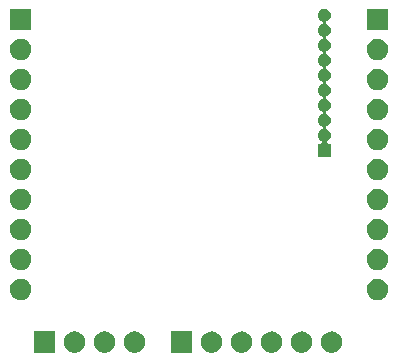
<source format=gbr>
G04 #@! TF.GenerationSoftware,KiCad,Pcbnew,(5.1.5)-3*
G04 #@! TF.CreationDate,2020-01-29T14:55:58+01:00*
G04 #@! TF.ProjectId,Adapter,41646170-7465-4722-9e6b-696361645f70,1*
G04 #@! TF.SameCoordinates,Original*
G04 #@! TF.FileFunction,Soldermask,Bot*
G04 #@! TF.FilePolarity,Negative*
%FSLAX46Y46*%
G04 Gerber Fmt 4.6, Leading zero omitted, Abs format (unit mm)*
G04 Created by KiCad (PCBNEW (5.1.5)-3) date 2020-01-29 14:55:58*
%MOMM*%
%LPD*%
G04 APERTURE LIST*
%ADD10C,0.100000*%
G04 APERTURE END LIST*
D10*
G36*
X157549512Y-109187927D02*
G01*
X157698812Y-109217624D01*
X157862784Y-109285544D01*
X158010354Y-109384147D01*
X158135853Y-109509646D01*
X158234456Y-109657216D01*
X158302376Y-109821188D01*
X158337000Y-109995259D01*
X158337000Y-110172741D01*
X158302376Y-110346812D01*
X158234456Y-110510784D01*
X158135853Y-110658354D01*
X158010354Y-110783853D01*
X157862784Y-110882456D01*
X157698812Y-110950376D01*
X157549512Y-110980073D01*
X157524742Y-110985000D01*
X157347258Y-110985000D01*
X157322488Y-110980073D01*
X157173188Y-110950376D01*
X157009216Y-110882456D01*
X156861646Y-110783853D01*
X156736147Y-110658354D01*
X156637544Y-110510784D01*
X156569624Y-110346812D01*
X156535000Y-110172741D01*
X156535000Y-109995259D01*
X156569624Y-109821188D01*
X156637544Y-109657216D01*
X156736147Y-109509646D01*
X156861646Y-109384147D01*
X157009216Y-109285544D01*
X157173188Y-109217624D01*
X157322488Y-109187927D01*
X157347258Y-109183000D01*
X157524742Y-109183000D01*
X157549512Y-109187927D01*
G37*
G36*
X152469512Y-109187927D02*
G01*
X152618812Y-109217624D01*
X152782784Y-109285544D01*
X152930354Y-109384147D01*
X153055853Y-109509646D01*
X153154456Y-109657216D01*
X153222376Y-109821188D01*
X153257000Y-109995259D01*
X153257000Y-110172741D01*
X153222376Y-110346812D01*
X153154456Y-110510784D01*
X153055853Y-110658354D01*
X152930354Y-110783853D01*
X152782784Y-110882456D01*
X152618812Y-110950376D01*
X152469512Y-110980073D01*
X152444742Y-110985000D01*
X152267258Y-110985000D01*
X152242488Y-110980073D01*
X152093188Y-110950376D01*
X151929216Y-110882456D01*
X151781646Y-110783853D01*
X151656147Y-110658354D01*
X151557544Y-110510784D01*
X151489624Y-110346812D01*
X151455000Y-110172741D01*
X151455000Y-109995259D01*
X151489624Y-109821188D01*
X151557544Y-109657216D01*
X151656147Y-109509646D01*
X151781646Y-109384147D01*
X151929216Y-109285544D01*
X152093188Y-109217624D01*
X152242488Y-109187927D01*
X152267258Y-109183000D01*
X152444742Y-109183000D01*
X152469512Y-109187927D01*
G37*
G36*
X149929512Y-109187927D02*
G01*
X150078812Y-109217624D01*
X150242784Y-109285544D01*
X150390354Y-109384147D01*
X150515853Y-109509646D01*
X150614456Y-109657216D01*
X150682376Y-109821188D01*
X150717000Y-109995259D01*
X150717000Y-110172741D01*
X150682376Y-110346812D01*
X150614456Y-110510784D01*
X150515853Y-110658354D01*
X150390354Y-110783853D01*
X150242784Y-110882456D01*
X150078812Y-110950376D01*
X149929512Y-110980073D01*
X149904742Y-110985000D01*
X149727258Y-110985000D01*
X149702488Y-110980073D01*
X149553188Y-110950376D01*
X149389216Y-110882456D01*
X149241646Y-110783853D01*
X149116147Y-110658354D01*
X149017544Y-110510784D01*
X148949624Y-110346812D01*
X148915000Y-110172741D01*
X148915000Y-109995259D01*
X148949624Y-109821188D01*
X149017544Y-109657216D01*
X149116147Y-109509646D01*
X149241646Y-109384147D01*
X149389216Y-109285544D01*
X149553188Y-109217624D01*
X149702488Y-109187927D01*
X149727258Y-109183000D01*
X149904742Y-109183000D01*
X149929512Y-109187927D01*
G37*
G36*
X147389512Y-109187927D02*
G01*
X147538812Y-109217624D01*
X147702784Y-109285544D01*
X147850354Y-109384147D01*
X147975853Y-109509646D01*
X148074456Y-109657216D01*
X148142376Y-109821188D01*
X148177000Y-109995259D01*
X148177000Y-110172741D01*
X148142376Y-110346812D01*
X148074456Y-110510784D01*
X147975853Y-110658354D01*
X147850354Y-110783853D01*
X147702784Y-110882456D01*
X147538812Y-110950376D01*
X147389512Y-110980073D01*
X147364742Y-110985000D01*
X147187258Y-110985000D01*
X147162488Y-110980073D01*
X147013188Y-110950376D01*
X146849216Y-110882456D01*
X146701646Y-110783853D01*
X146576147Y-110658354D01*
X146477544Y-110510784D01*
X146409624Y-110346812D01*
X146375000Y-110172741D01*
X146375000Y-109995259D01*
X146409624Y-109821188D01*
X146477544Y-109657216D01*
X146576147Y-109509646D01*
X146701646Y-109384147D01*
X146849216Y-109285544D01*
X147013188Y-109217624D01*
X147162488Y-109187927D01*
X147187258Y-109183000D01*
X147364742Y-109183000D01*
X147389512Y-109187927D01*
G37*
G36*
X145637000Y-110985000D02*
G01*
X143835000Y-110985000D01*
X143835000Y-109183000D01*
X145637000Y-109183000D01*
X145637000Y-110985000D01*
G37*
G36*
X134028000Y-110985000D02*
G01*
X132226000Y-110985000D01*
X132226000Y-109183000D01*
X134028000Y-109183000D01*
X134028000Y-110985000D01*
G37*
G36*
X135780512Y-109187927D02*
G01*
X135929812Y-109217624D01*
X136093784Y-109285544D01*
X136241354Y-109384147D01*
X136366853Y-109509646D01*
X136465456Y-109657216D01*
X136533376Y-109821188D01*
X136568000Y-109995259D01*
X136568000Y-110172741D01*
X136533376Y-110346812D01*
X136465456Y-110510784D01*
X136366853Y-110658354D01*
X136241354Y-110783853D01*
X136093784Y-110882456D01*
X135929812Y-110950376D01*
X135780512Y-110980073D01*
X135755742Y-110985000D01*
X135578258Y-110985000D01*
X135553488Y-110980073D01*
X135404188Y-110950376D01*
X135240216Y-110882456D01*
X135092646Y-110783853D01*
X134967147Y-110658354D01*
X134868544Y-110510784D01*
X134800624Y-110346812D01*
X134766000Y-110172741D01*
X134766000Y-109995259D01*
X134800624Y-109821188D01*
X134868544Y-109657216D01*
X134967147Y-109509646D01*
X135092646Y-109384147D01*
X135240216Y-109285544D01*
X135404188Y-109217624D01*
X135553488Y-109187927D01*
X135578258Y-109183000D01*
X135755742Y-109183000D01*
X135780512Y-109187927D01*
G37*
G36*
X138320512Y-109187927D02*
G01*
X138469812Y-109217624D01*
X138633784Y-109285544D01*
X138781354Y-109384147D01*
X138906853Y-109509646D01*
X139005456Y-109657216D01*
X139073376Y-109821188D01*
X139108000Y-109995259D01*
X139108000Y-110172741D01*
X139073376Y-110346812D01*
X139005456Y-110510784D01*
X138906853Y-110658354D01*
X138781354Y-110783853D01*
X138633784Y-110882456D01*
X138469812Y-110950376D01*
X138320512Y-110980073D01*
X138295742Y-110985000D01*
X138118258Y-110985000D01*
X138093488Y-110980073D01*
X137944188Y-110950376D01*
X137780216Y-110882456D01*
X137632646Y-110783853D01*
X137507147Y-110658354D01*
X137408544Y-110510784D01*
X137340624Y-110346812D01*
X137306000Y-110172741D01*
X137306000Y-109995259D01*
X137340624Y-109821188D01*
X137408544Y-109657216D01*
X137507147Y-109509646D01*
X137632646Y-109384147D01*
X137780216Y-109285544D01*
X137944188Y-109217624D01*
X138093488Y-109187927D01*
X138118258Y-109183000D01*
X138295742Y-109183000D01*
X138320512Y-109187927D01*
G37*
G36*
X140860512Y-109187927D02*
G01*
X141009812Y-109217624D01*
X141173784Y-109285544D01*
X141321354Y-109384147D01*
X141446853Y-109509646D01*
X141545456Y-109657216D01*
X141613376Y-109821188D01*
X141648000Y-109995259D01*
X141648000Y-110172741D01*
X141613376Y-110346812D01*
X141545456Y-110510784D01*
X141446853Y-110658354D01*
X141321354Y-110783853D01*
X141173784Y-110882456D01*
X141009812Y-110950376D01*
X140860512Y-110980073D01*
X140835742Y-110985000D01*
X140658258Y-110985000D01*
X140633488Y-110980073D01*
X140484188Y-110950376D01*
X140320216Y-110882456D01*
X140172646Y-110783853D01*
X140047147Y-110658354D01*
X139948544Y-110510784D01*
X139880624Y-110346812D01*
X139846000Y-110172741D01*
X139846000Y-109995259D01*
X139880624Y-109821188D01*
X139948544Y-109657216D01*
X140047147Y-109509646D01*
X140172646Y-109384147D01*
X140320216Y-109285544D01*
X140484188Y-109217624D01*
X140633488Y-109187927D01*
X140658258Y-109183000D01*
X140835742Y-109183000D01*
X140860512Y-109187927D01*
G37*
G36*
X155009512Y-109187927D02*
G01*
X155158812Y-109217624D01*
X155322784Y-109285544D01*
X155470354Y-109384147D01*
X155595853Y-109509646D01*
X155694456Y-109657216D01*
X155762376Y-109821188D01*
X155797000Y-109995259D01*
X155797000Y-110172741D01*
X155762376Y-110346812D01*
X155694456Y-110510784D01*
X155595853Y-110658354D01*
X155470354Y-110783853D01*
X155322784Y-110882456D01*
X155158812Y-110950376D01*
X155009512Y-110980073D01*
X154984742Y-110985000D01*
X154807258Y-110985000D01*
X154782488Y-110980073D01*
X154633188Y-110950376D01*
X154469216Y-110882456D01*
X154321646Y-110783853D01*
X154196147Y-110658354D01*
X154097544Y-110510784D01*
X154029624Y-110346812D01*
X153995000Y-110172741D01*
X153995000Y-109995259D01*
X154029624Y-109821188D01*
X154097544Y-109657216D01*
X154196147Y-109509646D01*
X154321646Y-109384147D01*
X154469216Y-109285544D01*
X154633188Y-109217624D01*
X154782488Y-109187927D01*
X154807258Y-109183000D01*
X154984742Y-109183000D01*
X155009512Y-109187927D01*
G37*
G36*
X161428512Y-104717127D02*
G01*
X161577812Y-104746824D01*
X161741784Y-104814744D01*
X161889354Y-104913347D01*
X162014853Y-105038846D01*
X162113456Y-105186416D01*
X162181376Y-105350388D01*
X162216000Y-105524459D01*
X162216000Y-105701941D01*
X162181376Y-105876012D01*
X162113456Y-106039984D01*
X162014853Y-106187554D01*
X161889354Y-106313053D01*
X161741784Y-106411656D01*
X161577812Y-106479576D01*
X161428512Y-106509273D01*
X161403742Y-106514200D01*
X161226258Y-106514200D01*
X161201488Y-106509273D01*
X161052188Y-106479576D01*
X160888216Y-106411656D01*
X160740646Y-106313053D01*
X160615147Y-106187554D01*
X160516544Y-106039984D01*
X160448624Y-105876012D01*
X160414000Y-105701941D01*
X160414000Y-105524459D01*
X160448624Y-105350388D01*
X160516544Y-105186416D01*
X160615147Y-105038846D01*
X160740646Y-104913347D01*
X160888216Y-104814744D01*
X161052188Y-104746824D01*
X161201488Y-104717127D01*
X161226258Y-104712200D01*
X161403742Y-104712200D01*
X161428512Y-104717127D01*
G37*
G36*
X131228512Y-104717127D02*
G01*
X131377812Y-104746824D01*
X131541784Y-104814744D01*
X131689354Y-104913347D01*
X131814853Y-105038846D01*
X131913456Y-105186416D01*
X131981376Y-105350388D01*
X132016000Y-105524459D01*
X132016000Y-105701941D01*
X131981376Y-105876012D01*
X131913456Y-106039984D01*
X131814853Y-106187554D01*
X131689354Y-106313053D01*
X131541784Y-106411656D01*
X131377812Y-106479576D01*
X131228512Y-106509273D01*
X131203742Y-106514200D01*
X131026258Y-106514200D01*
X131001488Y-106509273D01*
X130852188Y-106479576D01*
X130688216Y-106411656D01*
X130540646Y-106313053D01*
X130415147Y-106187554D01*
X130316544Y-106039984D01*
X130248624Y-105876012D01*
X130214000Y-105701941D01*
X130214000Y-105524459D01*
X130248624Y-105350388D01*
X130316544Y-105186416D01*
X130415147Y-105038846D01*
X130540646Y-104913347D01*
X130688216Y-104814744D01*
X130852188Y-104746824D01*
X131001488Y-104717127D01*
X131026258Y-104712200D01*
X131203742Y-104712200D01*
X131228512Y-104717127D01*
G37*
G36*
X131228512Y-102177127D02*
G01*
X131377812Y-102206824D01*
X131541784Y-102274744D01*
X131689354Y-102373347D01*
X131814853Y-102498846D01*
X131913456Y-102646416D01*
X131981376Y-102810388D01*
X132016000Y-102984459D01*
X132016000Y-103161941D01*
X131981376Y-103336012D01*
X131913456Y-103499984D01*
X131814853Y-103647554D01*
X131689354Y-103773053D01*
X131541784Y-103871656D01*
X131377812Y-103939576D01*
X131228512Y-103969273D01*
X131203742Y-103974200D01*
X131026258Y-103974200D01*
X131001488Y-103969273D01*
X130852188Y-103939576D01*
X130688216Y-103871656D01*
X130540646Y-103773053D01*
X130415147Y-103647554D01*
X130316544Y-103499984D01*
X130248624Y-103336012D01*
X130214000Y-103161941D01*
X130214000Y-102984459D01*
X130248624Y-102810388D01*
X130316544Y-102646416D01*
X130415147Y-102498846D01*
X130540646Y-102373347D01*
X130688216Y-102274744D01*
X130852188Y-102206824D01*
X131001488Y-102177127D01*
X131026258Y-102172200D01*
X131203742Y-102172200D01*
X131228512Y-102177127D01*
G37*
G36*
X161428512Y-102177127D02*
G01*
X161577812Y-102206824D01*
X161741784Y-102274744D01*
X161889354Y-102373347D01*
X162014853Y-102498846D01*
X162113456Y-102646416D01*
X162181376Y-102810388D01*
X162216000Y-102984459D01*
X162216000Y-103161941D01*
X162181376Y-103336012D01*
X162113456Y-103499984D01*
X162014853Y-103647554D01*
X161889354Y-103773053D01*
X161741784Y-103871656D01*
X161577812Y-103939576D01*
X161428512Y-103969273D01*
X161403742Y-103974200D01*
X161226258Y-103974200D01*
X161201488Y-103969273D01*
X161052188Y-103939576D01*
X160888216Y-103871656D01*
X160740646Y-103773053D01*
X160615147Y-103647554D01*
X160516544Y-103499984D01*
X160448624Y-103336012D01*
X160414000Y-103161941D01*
X160414000Y-102984459D01*
X160448624Y-102810388D01*
X160516544Y-102646416D01*
X160615147Y-102498846D01*
X160740646Y-102373347D01*
X160888216Y-102274744D01*
X161052188Y-102206824D01*
X161201488Y-102177127D01*
X161226258Y-102172200D01*
X161403742Y-102172200D01*
X161428512Y-102177127D01*
G37*
G36*
X161428512Y-99637127D02*
G01*
X161577812Y-99666824D01*
X161741784Y-99734744D01*
X161889354Y-99833347D01*
X162014853Y-99958846D01*
X162113456Y-100106416D01*
X162181376Y-100270388D01*
X162216000Y-100444459D01*
X162216000Y-100621941D01*
X162181376Y-100796012D01*
X162113456Y-100959984D01*
X162014853Y-101107554D01*
X161889354Y-101233053D01*
X161741784Y-101331656D01*
X161577812Y-101399576D01*
X161428512Y-101429273D01*
X161403742Y-101434200D01*
X161226258Y-101434200D01*
X161201488Y-101429273D01*
X161052188Y-101399576D01*
X160888216Y-101331656D01*
X160740646Y-101233053D01*
X160615147Y-101107554D01*
X160516544Y-100959984D01*
X160448624Y-100796012D01*
X160414000Y-100621941D01*
X160414000Y-100444459D01*
X160448624Y-100270388D01*
X160516544Y-100106416D01*
X160615147Y-99958846D01*
X160740646Y-99833347D01*
X160888216Y-99734744D01*
X161052188Y-99666824D01*
X161201488Y-99637127D01*
X161226258Y-99632200D01*
X161403742Y-99632200D01*
X161428512Y-99637127D01*
G37*
G36*
X131228512Y-99637127D02*
G01*
X131377812Y-99666824D01*
X131541784Y-99734744D01*
X131689354Y-99833347D01*
X131814853Y-99958846D01*
X131913456Y-100106416D01*
X131981376Y-100270388D01*
X132016000Y-100444459D01*
X132016000Y-100621941D01*
X131981376Y-100796012D01*
X131913456Y-100959984D01*
X131814853Y-101107554D01*
X131689354Y-101233053D01*
X131541784Y-101331656D01*
X131377812Y-101399576D01*
X131228512Y-101429273D01*
X131203742Y-101434200D01*
X131026258Y-101434200D01*
X131001488Y-101429273D01*
X130852188Y-101399576D01*
X130688216Y-101331656D01*
X130540646Y-101233053D01*
X130415147Y-101107554D01*
X130316544Y-100959984D01*
X130248624Y-100796012D01*
X130214000Y-100621941D01*
X130214000Y-100444459D01*
X130248624Y-100270388D01*
X130316544Y-100106416D01*
X130415147Y-99958846D01*
X130540646Y-99833347D01*
X130688216Y-99734744D01*
X130852188Y-99666824D01*
X131001488Y-99637127D01*
X131026258Y-99632200D01*
X131203742Y-99632200D01*
X131228512Y-99637127D01*
G37*
G36*
X131228512Y-97097127D02*
G01*
X131377812Y-97126824D01*
X131541784Y-97194744D01*
X131689354Y-97293347D01*
X131814853Y-97418846D01*
X131913456Y-97566416D01*
X131981376Y-97730388D01*
X132016000Y-97904459D01*
X132016000Y-98081941D01*
X131981376Y-98256012D01*
X131913456Y-98419984D01*
X131814853Y-98567554D01*
X131689354Y-98693053D01*
X131541784Y-98791656D01*
X131377812Y-98859576D01*
X131228512Y-98889273D01*
X131203742Y-98894200D01*
X131026258Y-98894200D01*
X131001488Y-98889273D01*
X130852188Y-98859576D01*
X130688216Y-98791656D01*
X130540646Y-98693053D01*
X130415147Y-98567554D01*
X130316544Y-98419984D01*
X130248624Y-98256012D01*
X130214000Y-98081941D01*
X130214000Y-97904459D01*
X130248624Y-97730388D01*
X130316544Y-97566416D01*
X130415147Y-97418846D01*
X130540646Y-97293347D01*
X130688216Y-97194744D01*
X130852188Y-97126824D01*
X131001488Y-97097127D01*
X131026258Y-97092200D01*
X131203742Y-97092200D01*
X131228512Y-97097127D01*
G37*
G36*
X161428512Y-97097127D02*
G01*
X161577812Y-97126824D01*
X161741784Y-97194744D01*
X161889354Y-97293347D01*
X162014853Y-97418846D01*
X162113456Y-97566416D01*
X162181376Y-97730388D01*
X162216000Y-97904459D01*
X162216000Y-98081941D01*
X162181376Y-98256012D01*
X162113456Y-98419984D01*
X162014853Y-98567554D01*
X161889354Y-98693053D01*
X161741784Y-98791656D01*
X161577812Y-98859576D01*
X161428512Y-98889273D01*
X161403742Y-98894200D01*
X161226258Y-98894200D01*
X161201488Y-98889273D01*
X161052188Y-98859576D01*
X160888216Y-98791656D01*
X160740646Y-98693053D01*
X160615147Y-98567554D01*
X160516544Y-98419984D01*
X160448624Y-98256012D01*
X160414000Y-98081941D01*
X160414000Y-97904459D01*
X160448624Y-97730388D01*
X160516544Y-97566416D01*
X160615147Y-97418846D01*
X160740646Y-97293347D01*
X160888216Y-97194744D01*
X161052188Y-97126824D01*
X161201488Y-97097127D01*
X161226258Y-97092200D01*
X161403742Y-97092200D01*
X161428512Y-97097127D01*
G37*
G36*
X131228512Y-94557127D02*
G01*
X131377812Y-94586824D01*
X131541784Y-94654744D01*
X131689354Y-94753347D01*
X131814853Y-94878846D01*
X131913456Y-95026416D01*
X131981376Y-95190388D01*
X132016000Y-95364459D01*
X132016000Y-95541941D01*
X131981376Y-95716012D01*
X131913456Y-95879984D01*
X131814853Y-96027554D01*
X131689354Y-96153053D01*
X131541784Y-96251656D01*
X131377812Y-96319576D01*
X131228512Y-96349273D01*
X131203742Y-96354200D01*
X131026258Y-96354200D01*
X131001488Y-96349273D01*
X130852188Y-96319576D01*
X130688216Y-96251656D01*
X130540646Y-96153053D01*
X130415147Y-96027554D01*
X130316544Y-95879984D01*
X130248624Y-95716012D01*
X130214000Y-95541941D01*
X130214000Y-95364459D01*
X130248624Y-95190388D01*
X130316544Y-95026416D01*
X130415147Y-94878846D01*
X130540646Y-94753347D01*
X130688216Y-94654744D01*
X130852188Y-94586824D01*
X131001488Y-94557127D01*
X131026258Y-94552200D01*
X131203742Y-94552200D01*
X131228512Y-94557127D01*
G37*
G36*
X161428512Y-94557127D02*
G01*
X161577812Y-94586824D01*
X161741784Y-94654744D01*
X161889354Y-94753347D01*
X162014853Y-94878846D01*
X162113456Y-95026416D01*
X162181376Y-95190388D01*
X162216000Y-95364459D01*
X162216000Y-95541941D01*
X162181376Y-95716012D01*
X162113456Y-95879984D01*
X162014853Y-96027554D01*
X161889354Y-96153053D01*
X161741784Y-96251656D01*
X161577812Y-96319576D01*
X161428512Y-96349273D01*
X161403742Y-96354200D01*
X161226258Y-96354200D01*
X161201488Y-96349273D01*
X161052188Y-96319576D01*
X160888216Y-96251656D01*
X160740646Y-96153053D01*
X160615147Y-96027554D01*
X160516544Y-95879984D01*
X160448624Y-95716012D01*
X160414000Y-95541941D01*
X160414000Y-95364459D01*
X160448624Y-95190388D01*
X160516544Y-95026416D01*
X160615147Y-94878846D01*
X160740646Y-94753347D01*
X160888216Y-94654744D01*
X161052188Y-94586824D01*
X161201488Y-94557127D01*
X161226258Y-94552200D01*
X161403742Y-94552200D01*
X161428512Y-94557127D01*
G37*
G36*
X156980721Y-81867374D02*
G01*
X157080995Y-81908909D01*
X157080996Y-81908910D01*
X157171242Y-81969210D01*
X157247990Y-82045958D01*
X157247991Y-82045960D01*
X157308291Y-82136205D01*
X157349826Y-82236479D01*
X157371000Y-82342930D01*
X157371000Y-82451470D01*
X157349826Y-82557921D01*
X157308291Y-82658195D01*
X157308290Y-82658196D01*
X157247990Y-82748442D01*
X157171242Y-82825190D01*
X157125812Y-82855545D01*
X157080995Y-82885491D01*
X157005611Y-82916716D01*
X156984000Y-82928267D01*
X156965059Y-82943812D01*
X156949513Y-82962754D01*
X156937962Y-82984365D01*
X156930849Y-83007814D01*
X156928447Y-83032200D01*
X156930849Y-83056586D01*
X156937962Y-83080035D01*
X156949513Y-83101646D01*
X156965058Y-83120587D01*
X156984000Y-83136133D01*
X157005611Y-83147684D01*
X157080995Y-83178909D01*
X157080996Y-83178910D01*
X157171242Y-83239210D01*
X157247990Y-83315958D01*
X157247991Y-83315960D01*
X157308291Y-83406205D01*
X157349826Y-83506479D01*
X157371000Y-83612930D01*
X157371000Y-83721470D01*
X157349826Y-83827921D01*
X157308291Y-83928195D01*
X157308290Y-83928196D01*
X157247990Y-84018442D01*
X157171242Y-84095190D01*
X157125812Y-84125545D01*
X157080995Y-84155491D01*
X157005611Y-84186716D01*
X156984000Y-84198267D01*
X156965059Y-84213812D01*
X156949513Y-84232754D01*
X156937962Y-84254365D01*
X156930849Y-84277814D01*
X156928447Y-84302200D01*
X156930849Y-84326586D01*
X156937962Y-84350035D01*
X156949513Y-84371646D01*
X156965058Y-84390587D01*
X156984000Y-84406133D01*
X157005611Y-84417684D01*
X157080995Y-84448909D01*
X157080996Y-84448910D01*
X157171242Y-84509210D01*
X157247990Y-84585958D01*
X157247991Y-84585960D01*
X157308291Y-84676205D01*
X157349826Y-84776479D01*
X157371000Y-84882930D01*
X157371000Y-84991470D01*
X157349826Y-85097921D01*
X157308291Y-85198195D01*
X157278345Y-85243012D01*
X157247990Y-85288442D01*
X157171242Y-85365190D01*
X157125812Y-85395545D01*
X157080995Y-85425491D01*
X157005611Y-85456716D01*
X156984000Y-85468267D01*
X156965059Y-85483812D01*
X156949513Y-85502754D01*
X156937962Y-85524365D01*
X156930849Y-85547814D01*
X156928447Y-85572200D01*
X156930849Y-85596586D01*
X156937962Y-85620035D01*
X156949513Y-85641646D01*
X156965058Y-85660587D01*
X156984000Y-85676133D01*
X157005611Y-85687684D01*
X157080995Y-85718909D01*
X157125812Y-85748855D01*
X157171242Y-85779210D01*
X157247990Y-85855958D01*
X157247991Y-85855960D01*
X157308291Y-85946205D01*
X157349826Y-86046479D01*
X157371000Y-86152930D01*
X157371000Y-86261470D01*
X157349826Y-86367921D01*
X157308291Y-86468195D01*
X157308290Y-86468196D01*
X157247990Y-86558442D01*
X157171242Y-86635190D01*
X157125812Y-86665545D01*
X157080995Y-86695491D01*
X157005611Y-86726716D01*
X156984000Y-86738267D01*
X156965059Y-86753812D01*
X156949513Y-86772754D01*
X156937962Y-86794365D01*
X156930849Y-86817814D01*
X156928447Y-86842200D01*
X156930849Y-86866586D01*
X156937962Y-86890035D01*
X156949513Y-86911646D01*
X156965058Y-86930587D01*
X156984000Y-86946133D01*
X157005611Y-86957684D01*
X157080995Y-86988909D01*
X157080996Y-86988910D01*
X157171242Y-87049210D01*
X157247990Y-87125958D01*
X157247991Y-87125960D01*
X157308291Y-87216205D01*
X157349826Y-87316479D01*
X157371000Y-87422930D01*
X157371000Y-87531470D01*
X157349826Y-87637921D01*
X157308291Y-87738195D01*
X157278345Y-87783012D01*
X157247990Y-87828442D01*
X157171242Y-87905190D01*
X157125812Y-87935545D01*
X157080995Y-87965491D01*
X157005611Y-87996716D01*
X156984000Y-88008267D01*
X156965059Y-88023812D01*
X156949513Y-88042754D01*
X156937962Y-88064365D01*
X156930849Y-88087814D01*
X156928447Y-88112200D01*
X156930849Y-88136586D01*
X156937962Y-88160035D01*
X156949513Y-88181646D01*
X156965058Y-88200587D01*
X156984000Y-88216133D01*
X157005611Y-88227684D01*
X157080995Y-88258909D01*
X157125812Y-88288855D01*
X157171242Y-88319210D01*
X157247990Y-88395958D01*
X157247991Y-88395960D01*
X157308291Y-88486205D01*
X157349826Y-88586479D01*
X157371000Y-88692930D01*
X157371000Y-88801470D01*
X157349826Y-88907921D01*
X157308291Y-89008195D01*
X157308290Y-89008196D01*
X157247990Y-89098442D01*
X157171242Y-89175190D01*
X157125812Y-89205545D01*
X157080995Y-89235491D01*
X157005611Y-89266716D01*
X156984000Y-89278267D01*
X156965059Y-89293812D01*
X156949513Y-89312754D01*
X156937962Y-89334365D01*
X156930849Y-89357814D01*
X156928447Y-89382200D01*
X156930849Y-89406586D01*
X156937962Y-89430035D01*
X156949513Y-89451646D01*
X156965058Y-89470587D01*
X156984000Y-89486133D01*
X157005611Y-89497684D01*
X157080995Y-89528909D01*
X157080996Y-89528910D01*
X157171242Y-89589210D01*
X157247990Y-89665958D01*
X157247991Y-89665960D01*
X157308291Y-89756205D01*
X157349826Y-89856479D01*
X157371000Y-89962930D01*
X157371000Y-90071470D01*
X157349826Y-90177921D01*
X157308291Y-90278195D01*
X157278345Y-90323012D01*
X157247990Y-90368442D01*
X157171242Y-90445190D01*
X157125812Y-90475545D01*
X157080995Y-90505491D01*
X157005611Y-90536716D01*
X156984000Y-90548267D01*
X156965059Y-90563812D01*
X156949513Y-90582754D01*
X156937962Y-90604365D01*
X156930849Y-90627814D01*
X156928447Y-90652200D01*
X156930849Y-90676586D01*
X156937962Y-90700035D01*
X156949513Y-90721646D01*
X156965058Y-90740587D01*
X156984000Y-90756133D01*
X157005611Y-90767684D01*
X157080995Y-90798909D01*
X157125812Y-90828855D01*
X157171242Y-90859210D01*
X157247990Y-90935958D01*
X157247991Y-90935960D01*
X157308291Y-91026205D01*
X157349826Y-91126479D01*
X157371000Y-91232930D01*
X157371000Y-91341470D01*
X157349826Y-91447921D01*
X157308291Y-91548195D01*
X157308290Y-91548196D01*
X157247990Y-91638442D01*
X157171242Y-91715190D01*
X157125812Y-91745545D01*
X157080995Y-91775491D01*
X157005611Y-91806716D01*
X156984000Y-91818267D01*
X156965059Y-91833812D01*
X156949513Y-91852754D01*
X156937962Y-91874365D01*
X156930849Y-91897814D01*
X156928447Y-91922200D01*
X156930849Y-91946586D01*
X156937962Y-91970035D01*
X156949513Y-91991646D01*
X156965058Y-92010587D01*
X156984000Y-92026133D01*
X157005611Y-92037684D01*
X157080995Y-92068909D01*
X157080996Y-92068910D01*
X157171242Y-92129210D01*
X157247990Y-92205958D01*
X157247991Y-92205960D01*
X157308291Y-92296205D01*
X157349826Y-92396479D01*
X157371000Y-92502930D01*
X157371000Y-92611470D01*
X157349826Y-92717921D01*
X157308291Y-92818195D01*
X157278345Y-92863012D01*
X157247990Y-92908442D01*
X157171242Y-92985190D01*
X157146172Y-93001941D01*
X157078336Y-93047268D01*
X157059394Y-93062814D01*
X157043849Y-93081756D01*
X157032298Y-93103367D01*
X157025185Y-93126815D01*
X157022783Y-93151202D01*
X157025185Y-93175588D01*
X157032298Y-93199037D01*
X157043849Y-93220647D01*
X157059395Y-93239589D01*
X157078337Y-93255134D01*
X157099948Y-93266685D01*
X157123396Y-93273798D01*
X157147782Y-93276200D01*
X157371000Y-93276200D01*
X157371000Y-94378200D01*
X156269000Y-94378200D01*
X156269000Y-93276200D01*
X156492218Y-93276200D01*
X156516604Y-93273798D01*
X156540053Y-93266685D01*
X156561664Y-93255134D01*
X156580606Y-93239589D01*
X156596151Y-93220647D01*
X156607702Y-93199036D01*
X156614815Y-93175587D01*
X156617217Y-93151201D01*
X156614815Y-93126815D01*
X156607702Y-93103366D01*
X156596151Y-93081755D01*
X156580606Y-93062813D01*
X156561664Y-93047268D01*
X156493828Y-93001941D01*
X156468758Y-92985190D01*
X156392010Y-92908442D01*
X156361655Y-92863012D01*
X156331709Y-92818195D01*
X156290174Y-92717921D01*
X156269000Y-92611470D01*
X156269000Y-92502930D01*
X156290174Y-92396479D01*
X156331709Y-92296205D01*
X156392009Y-92205960D01*
X156392010Y-92205958D01*
X156468758Y-92129210D01*
X156559004Y-92068910D01*
X156559005Y-92068909D01*
X156634389Y-92037684D01*
X156656000Y-92026133D01*
X156674941Y-92010588D01*
X156690487Y-91991646D01*
X156702038Y-91970035D01*
X156709151Y-91946586D01*
X156711553Y-91922200D01*
X156709151Y-91897814D01*
X156702038Y-91874365D01*
X156690487Y-91852754D01*
X156674942Y-91833813D01*
X156656000Y-91818267D01*
X156634389Y-91806716D01*
X156559005Y-91775491D01*
X156514188Y-91745545D01*
X156468758Y-91715190D01*
X156392010Y-91638442D01*
X156331710Y-91548196D01*
X156331709Y-91548195D01*
X156290174Y-91447921D01*
X156269000Y-91341470D01*
X156269000Y-91232930D01*
X156290174Y-91126479D01*
X156331709Y-91026205D01*
X156392009Y-90935960D01*
X156392010Y-90935958D01*
X156468758Y-90859210D01*
X156514188Y-90828855D01*
X156559005Y-90798909D01*
X156634389Y-90767684D01*
X156656000Y-90756133D01*
X156674941Y-90740588D01*
X156690487Y-90721646D01*
X156702038Y-90700035D01*
X156709151Y-90676586D01*
X156711553Y-90652200D01*
X156709151Y-90627814D01*
X156702038Y-90604365D01*
X156690487Y-90582754D01*
X156674942Y-90563813D01*
X156656000Y-90548267D01*
X156634389Y-90536716D01*
X156559005Y-90505491D01*
X156514188Y-90475545D01*
X156468758Y-90445190D01*
X156392010Y-90368442D01*
X156361655Y-90323012D01*
X156331709Y-90278195D01*
X156290174Y-90177921D01*
X156269000Y-90071470D01*
X156269000Y-89962930D01*
X156290174Y-89856479D01*
X156331709Y-89756205D01*
X156392009Y-89665960D01*
X156392010Y-89665958D01*
X156468758Y-89589210D01*
X156559004Y-89528910D01*
X156559005Y-89528909D01*
X156634389Y-89497684D01*
X156656000Y-89486133D01*
X156674941Y-89470588D01*
X156690487Y-89451646D01*
X156702038Y-89430035D01*
X156709151Y-89406586D01*
X156711553Y-89382200D01*
X156709151Y-89357814D01*
X156702038Y-89334365D01*
X156690487Y-89312754D01*
X156674942Y-89293813D01*
X156656000Y-89278267D01*
X156634389Y-89266716D01*
X156559005Y-89235491D01*
X156514188Y-89205545D01*
X156468758Y-89175190D01*
X156392010Y-89098442D01*
X156331710Y-89008196D01*
X156331709Y-89008195D01*
X156290174Y-88907921D01*
X156269000Y-88801470D01*
X156269000Y-88692930D01*
X156290174Y-88586479D01*
X156331709Y-88486205D01*
X156392009Y-88395960D01*
X156392010Y-88395958D01*
X156468758Y-88319210D01*
X156514188Y-88288855D01*
X156559005Y-88258909D01*
X156634389Y-88227684D01*
X156656000Y-88216133D01*
X156674941Y-88200588D01*
X156690487Y-88181646D01*
X156702038Y-88160035D01*
X156709151Y-88136586D01*
X156711553Y-88112200D01*
X156709151Y-88087814D01*
X156702038Y-88064365D01*
X156690487Y-88042754D01*
X156674942Y-88023813D01*
X156656000Y-88008267D01*
X156634389Y-87996716D01*
X156559005Y-87965491D01*
X156514188Y-87935545D01*
X156468758Y-87905190D01*
X156392010Y-87828442D01*
X156361655Y-87783012D01*
X156331709Y-87738195D01*
X156290174Y-87637921D01*
X156269000Y-87531470D01*
X156269000Y-87422930D01*
X156290174Y-87316479D01*
X156331709Y-87216205D01*
X156392009Y-87125960D01*
X156392010Y-87125958D01*
X156468758Y-87049210D01*
X156559004Y-86988910D01*
X156559005Y-86988909D01*
X156634389Y-86957684D01*
X156656000Y-86946133D01*
X156674941Y-86930588D01*
X156690487Y-86911646D01*
X156702038Y-86890035D01*
X156709151Y-86866586D01*
X156711553Y-86842200D01*
X156709151Y-86817814D01*
X156702038Y-86794365D01*
X156690487Y-86772754D01*
X156674942Y-86753813D01*
X156656000Y-86738267D01*
X156634389Y-86726716D01*
X156559005Y-86695491D01*
X156514188Y-86665545D01*
X156468758Y-86635190D01*
X156392010Y-86558442D01*
X156331710Y-86468196D01*
X156331709Y-86468195D01*
X156290174Y-86367921D01*
X156269000Y-86261470D01*
X156269000Y-86152930D01*
X156290174Y-86046479D01*
X156331709Y-85946205D01*
X156392009Y-85855960D01*
X156392010Y-85855958D01*
X156468758Y-85779210D01*
X156514188Y-85748855D01*
X156559005Y-85718909D01*
X156634389Y-85687684D01*
X156656000Y-85676133D01*
X156674941Y-85660588D01*
X156690487Y-85641646D01*
X156702038Y-85620035D01*
X156709151Y-85596586D01*
X156711553Y-85572200D01*
X156709151Y-85547814D01*
X156702038Y-85524365D01*
X156690487Y-85502754D01*
X156674942Y-85483813D01*
X156656000Y-85468267D01*
X156634389Y-85456716D01*
X156559005Y-85425491D01*
X156514188Y-85395545D01*
X156468758Y-85365190D01*
X156392010Y-85288442D01*
X156361655Y-85243012D01*
X156331709Y-85198195D01*
X156290174Y-85097921D01*
X156269000Y-84991470D01*
X156269000Y-84882930D01*
X156290174Y-84776479D01*
X156331709Y-84676205D01*
X156392009Y-84585960D01*
X156392010Y-84585958D01*
X156468758Y-84509210D01*
X156559004Y-84448910D01*
X156559005Y-84448909D01*
X156634389Y-84417684D01*
X156656000Y-84406133D01*
X156674941Y-84390588D01*
X156690487Y-84371646D01*
X156702038Y-84350035D01*
X156709151Y-84326586D01*
X156711553Y-84302200D01*
X156709151Y-84277814D01*
X156702038Y-84254365D01*
X156690487Y-84232754D01*
X156674942Y-84213813D01*
X156656000Y-84198267D01*
X156634389Y-84186716D01*
X156559005Y-84155491D01*
X156514188Y-84125545D01*
X156468758Y-84095190D01*
X156392010Y-84018442D01*
X156331710Y-83928196D01*
X156331709Y-83928195D01*
X156290174Y-83827921D01*
X156269000Y-83721470D01*
X156269000Y-83612930D01*
X156290174Y-83506479D01*
X156331709Y-83406205D01*
X156392009Y-83315960D01*
X156392010Y-83315958D01*
X156468758Y-83239210D01*
X156559004Y-83178910D01*
X156559005Y-83178909D01*
X156634389Y-83147684D01*
X156656000Y-83136133D01*
X156674941Y-83120588D01*
X156690487Y-83101646D01*
X156702038Y-83080035D01*
X156709151Y-83056586D01*
X156711553Y-83032200D01*
X156709151Y-83007814D01*
X156702038Y-82984365D01*
X156690487Y-82962754D01*
X156674942Y-82943813D01*
X156656000Y-82928267D01*
X156634389Y-82916716D01*
X156559005Y-82885491D01*
X156514188Y-82855545D01*
X156468758Y-82825190D01*
X156392010Y-82748442D01*
X156331710Y-82658196D01*
X156331709Y-82658195D01*
X156290174Y-82557921D01*
X156269000Y-82451470D01*
X156269000Y-82342930D01*
X156290174Y-82236479D01*
X156331709Y-82136205D01*
X156392009Y-82045960D01*
X156392010Y-82045958D01*
X156468758Y-81969210D01*
X156559004Y-81908910D01*
X156559005Y-81908909D01*
X156659279Y-81867374D01*
X156765730Y-81846200D01*
X156874270Y-81846200D01*
X156980721Y-81867374D01*
G37*
G36*
X161428512Y-92017127D02*
G01*
X161577812Y-92046824D01*
X161741784Y-92114744D01*
X161889354Y-92213347D01*
X162014853Y-92338846D01*
X162113456Y-92486416D01*
X162181376Y-92650388D01*
X162216000Y-92824459D01*
X162216000Y-93001941D01*
X162181376Y-93176012D01*
X162113456Y-93339984D01*
X162014853Y-93487554D01*
X161889354Y-93613053D01*
X161741784Y-93711656D01*
X161577812Y-93779576D01*
X161428512Y-93809273D01*
X161403742Y-93814200D01*
X161226258Y-93814200D01*
X161201488Y-93809273D01*
X161052188Y-93779576D01*
X160888216Y-93711656D01*
X160740646Y-93613053D01*
X160615147Y-93487554D01*
X160516544Y-93339984D01*
X160448624Y-93176012D01*
X160414000Y-93001941D01*
X160414000Y-92824459D01*
X160448624Y-92650388D01*
X160516544Y-92486416D01*
X160615147Y-92338846D01*
X160740646Y-92213347D01*
X160888216Y-92114744D01*
X161052188Y-92046824D01*
X161201488Y-92017127D01*
X161226258Y-92012200D01*
X161403742Y-92012200D01*
X161428512Y-92017127D01*
G37*
G36*
X131228512Y-92017127D02*
G01*
X131377812Y-92046824D01*
X131541784Y-92114744D01*
X131689354Y-92213347D01*
X131814853Y-92338846D01*
X131913456Y-92486416D01*
X131981376Y-92650388D01*
X132016000Y-92824459D01*
X132016000Y-93001941D01*
X131981376Y-93176012D01*
X131913456Y-93339984D01*
X131814853Y-93487554D01*
X131689354Y-93613053D01*
X131541784Y-93711656D01*
X131377812Y-93779576D01*
X131228512Y-93809273D01*
X131203742Y-93814200D01*
X131026258Y-93814200D01*
X131001488Y-93809273D01*
X130852188Y-93779576D01*
X130688216Y-93711656D01*
X130540646Y-93613053D01*
X130415147Y-93487554D01*
X130316544Y-93339984D01*
X130248624Y-93176012D01*
X130214000Y-93001941D01*
X130214000Y-92824459D01*
X130248624Y-92650388D01*
X130316544Y-92486416D01*
X130415147Y-92338846D01*
X130540646Y-92213347D01*
X130688216Y-92114744D01*
X130852188Y-92046824D01*
X131001488Y-92017127D01*
X131026258Y-92012200D01*
X131203742Y-92012200D01*
X131228512Y-92017127D01*
G37*
G36*
X131228512Y-89477127D02*
G01*
X131377812Y-89506824D01*
X131541784Y-89574744D01*
X131689354Y-89673347D01*
X131814853Y-89798846D01*
X131913456Y-89946416D01*
X131981376Y-90110388D01*
X132016000Y-90284459D01*
X132016000Y-90461941D01*
X131981376Y-90636012D01*
X131913456Y-90799984D01*
X131814853Y-90947554D01*
X131689354Y-91073053D01*
X131541784Y-91171656D01*
X131377812Y-91239576D01*
X131228512Y-91269273D01*
X131203742Y-91274200D01*
X131026258Y-91274200D01*
X131001488Y-91269273D01*
X130852188Y-91239576D01*
X130688216Y-91171656D01*
X130540646Y-91073053D01*
X130415147Y-90947554D01*
X130316544Y-90799984D01*
X130248624Y-90636012D01*
X130214000Y-90461941D01*
X130214000Y-90284459D01*
X130248624Y-90110388D01*
X130316544Y-89946416D01*
X130415147Y-89798846D01*
X130540646Y-89673347D01*
X130688216Y-89574744D01*
X130852188Y-89506824D01*
X131001488Y-89477127D01*
X131026258Y-89472200D01*
X131203742Y-89472200D01*
X131228512Y-89477127D01*
G37*
G36*
X161428512Y-89477127D02*
G01*
X161577812Y-89506824D01*
X161741784Y-89574744D01*
X161889354Y-89673347D01*
X162014853Y-89798846D01*
X162113456Y-89946416D01*
X162181376Y-90110388D01*
X162216000Y-90284459D01*
X162216000Y-90461941D01*
X162181376Y-90636012D01*
X162113456Y-90799984D01*
X162014853Y-90947554D01*
X161889354Y-91073053D01*
X161741784Y-91171656D01*
X161577812Y-91239576D01*
X161428512Y-91269273D01*
X161403742Y-91274200D01*
X161226258Y-91274200D01*
X161201488Y-91269273D01*
X161052188Y-91239576D01*
X160888216Y-91171656D01*
X160740646Y-91073053D01*
X160615147Y-90947554D01*
X160516544Y-90799984D01*
X160448624Y-90636012D01*
X160414000Y-90461941D01*
X160414000Y-90284459D01*
X160448624Y-90110388D01*
X160516544Y-89946416D01*
X160615147Y-89798846D01*
X160740646Y-89673347D01*
X160888216Y-89574744D01*
X161052188Y-89506824D01*
X161201488Y-89477127D01*
X161226258Y-89472200D01*
X161403742Y-89472200D01*
X161428512Y-89477127D01*
G37*
G36*
X161428512Y-86937127D02*
G01*
X161577812Y-86966824D01*
X161741784Y-87034744D01*
X161889354Y-87133347D01*
X162014853Y-87258846D01*
X162113456Y-87406416D01*
X162181376Y-87570388D01*
X162216000Y-87744459D01*
X162216000Y-87921941D01*
X162181376Y-88096012D01*
X162113456Y-88259984D01*
X162014853Y-88407554D01*
X161889354Y-88533053D01*
X161741784Y-88631656D01*
X161577812Y-88699576D01*
X161428512Y-88729273D01*
X161403742Y-88734200D01*
X161226258Y-88734200D01*
X161201488Y-88729273D01*
X161052188Y-88699576D01*
X160888216Y-88631656D01*
X160740646Y-88533053D01*
X160615147Y-88407554D01*
X160516544Y-88259984D01*
X160448624Y-88096012D01*
X160414000Y-87921941D01*
X160414000Y-87744459D01*
X160448624Y-87570388D01*
X160516544Y-87406416D01*
X160615147Y-87258846D01*
X160740646Y-87133347D01*
X160888216Y-87034744D01*
X161052188Y-86966824D01*
X161201488Y-86937127D01*
X161226258Y-86932200D01*
X161403742Y-86932200D01*
X161428512Y-86937127D01*
G37*
G36*
X131228512Y-86937127D02*
G01*
X131377812Y-86966824D01*
X131541784Y-87034744D01*
X131689354Y-87133347D01*
X131814853Y-87258846D01*
X131913456Y-87406416D01*
X131981376Y-87570388D01*
X132016000Y-87744459D01*
X132016000Y-87921941D01*
X131981376Y-88096012D01*
X131913456Y-88259984D01*
X131814853Y-88407554D01*
X131689354Y-88533053D01*
X131541784Y-88631656D01*
X131377812Y-88699576D01*
X131228512Y-88729273D01*
X131203742Y-88734200D01*
X131026258Y-88734200D01*
X131001488Y-88729273D01*
X130852188Y-88699576D01*
X130688216Y-88631656D01*
X130540646Y-88533053D01*
X130415147Y-88407554D01*
X130316544Y-88259984D01*
X130248624Y-88096012D01*
X130214000Y-87921941D01*
X130214000Y-87744459D01*
X130248624Y-87570388D01*
X130316544Y-87406416D01*
X130415147Y-87258846D01*
X130540646Y-87133347D01*
X130688216Y-87034744D01*
X130852188Y-86966824D01*
X131001488Y-86937127D01*
X131026258Y-86932200D01*
X131203742Y-86932200D01*
X131228512Y-86937127D01*
G37*
G36*
X161428512Y-84397127D02*
G01*
X161577812Y-84426824D01*
X161741784Y-84494744D01*
X161889354Y-84593347D01*
X162014853Y-84718846D01*
X162113456Y-84866416D01*
X162181376Y-85030388D01*
X162216000Y-85204459D01*
X162216000Y-85381941D01*
X162181376Y-85556012D01*
X162113456Y-85719984D01*
X162014853Y-85867554D01*
X161889354Y-85993053D01*
X161741784Y-86091656D01*
X161577812Y-86159576D01*
X161428512Y-86189273D01*
X161403742Y-86194200D01*
X161226258Y-86194200D01*
X161201488Y-86189273D01*
X161052188Y-86159576D01*
X160888216Y-86091656D01*
X160740646Y-85993053D01*
X160615147Y-85867554D01*
X160516544Y-85719984D01*
X160448624Y-85556012D01*
X160414000Y-85381941D01*
X160414000Y-85204459D01*
X160448624Y-85030388D01*
X160516544Y-84866416D01*
X160615147Y-84718846D01*
X160740646Y-84593347D01*
X160888216Y-84494744D01*
X161052188Y-84426824D01*
X161201488Y-84397127D01*
X161226258Y-84392200D01*
X161403742Y-84392200D01*
X161428512Y-84397127D01*
G37*
G36*
X131228512Y-84397127D02*
G01*
X131377812Y-84426824D01*
X131541784Y-84494744D01*
X131689354Y-84593347D01*
X131814853Y-84718846D01*
X131913456Y-84866416D01*
X131981376Y-85030388D01*
X132016000Y-85204459D01*
X132016000Y-85381941D01*
X131981376Y-85556012D01*
X131913456Y-85719984D01*
X131814853Y-85867554D01*
X131689354Y-85993053D01*
X131541784Y-86091656D01*
X131377812Y-86159576D01*
X131228512Y-86189273D01*
X131203742Y-86194200D01*
X131026258Y-86194200D01*
X131001488Y-86189273D01*
X130852188Y-86159576D01*
X130688216Y-86091656D01*
X130540646Y-85993053D01*
X130415147Y-85867554D01*
X130316544Y-85719984D01*
X130248624Y-85556012D01*
X130214000Y-85381941D01*
X130214000Y-85204459D01*
X130248624Y-85030388D01*
X130316544Y-84866416D01*
X130415147Y-84718846D01*
X130540646Y-84593347D01*
X130688216Y-84494744D01*
X130852188Y-84426824D01*
X131001488Y-84397127D01*
X131026258Y-84392200D01*
X131203742Y-84392200D01*
X131228512Y-84397127D01*
G37*
G36*
X132016000Y-83654200D02*
G01*
X130214000Y-83654200D01*
X130214000Y-81852200D01*
X132016000Y-81852200D01*
X132016000Y-83654200D01*
G37*
G36*
X162216000Y-83654200D02*
G01*
X160414000Y-83654200D01*
X160414000Y-81852200D01*
X162216000Y-81852200D01*
X162216000Y-83654200D01*
G37*
M02*

</source>
